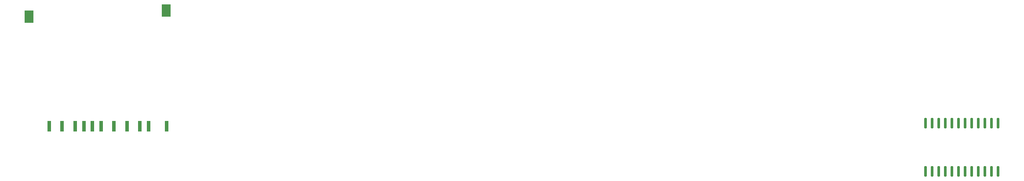
<source format=gbr>
%TF.GenerationSoftware,KiCad,Pcbnew,(6.0.8)*%
%TF.CreationDate,2022-10-29T13:31:38+01:00*%
%TF.ProjectId,yddraig09,79646472-6169-4673-9039-2e6b69636164,rev?*%
%TF.SameCoordinates,Original*%
%TF.FileFunction,Paste,Top*%
%TF.FilePolarity,Positive*%
%FSLAX46Y46*%
G04 Gerber Fmt 4.6, Leading zero omitted, Abs format (unit mm)*
G04 Created by KiCad (PCBNEW (6.0.8)) date 2022-10-29 13:31:38*
%MOMM*%
%LPD*%
G01*
G04 APERTURE LIST*
G04 Aperture macros list*
%AMRoundRect*
0 Rectangle with rounded corners*
0 $1 Rounding radius*
0 $2 $3 $4 $5 $6 $7 $8 $9 X,Y pos of 4 corners*
0 Add a 4 corners polygon primitive as box body*
4,1,4,$2,$3,$4,$5,$6,$7,$8,$9,$2,$3,0*
0 Add four circle primitives for the rounded corners*
1,1,$1+$1,$2,$3*
1,1,$1+$1,$4,$5*
1,1,$1+$1,$6,$7*
1,1,$1+$1,$8,$9*
0 Add four rect primitives between the rounded corners*
20,1,$1+$1,$2,$3,$4,$5,0*
20,1,$1+$1,$4,$5,$6,$7,0*
20,1,$1+$1,$6,$7,$8,$9,0*
20,1,$1+$1,$8,$9,$2,$3,0*%
G04 Aperture macros list end*
%ADD10R,0.800000X2.000000*%
%ADD11R,1.800000X2.400000*%
%ADD12R,1.700000X2.400000*%
%ADD13R,0.700000X2.000000*%
%ADD14RoundRect,0.137500X0.137500X-0.862500X0.137500X0.862500X-0.137500X0.862500X-0.137500X-0.862500X0*%
G04 APERTURE END LIST*
D10*
%TO.C,J16*%
X181689600Y-45186600D03*
X184189600Y-45186600D03*
X187489600Y-45186600D03*
X189189600Y-45186600D03*
X191689600Y-45186600D03*
X194189600Y-45186600D03*
X196619600Y-45186600D03*
X198319600Y-45186600D03*
X179189600Y-45186600D03*
D11*
X175319600Y-23986600D03*
D12*
X201769600Y-22786600D03*
D10*
X185889600Y-45186600D03*
D13*
X201809600Y-45186600D03*
%TD*%
D14*
%TO.C,U19*%
X347980000Y-53926000D03*
X349250000Y-53926000D03*
X350520000Y-53926000D03*
X351790000Y-53926000D03*
X353060000Y-53926000D03*
X354330000Y-53926000D03*
X355600000Y-53926000D03*
X356870000Y-53926000D03*
X358140000Y-53926000D03*
X359410000Y-53926000D03*
X360680000Y-53926000D03*
X361950000Y-53926000D03*
X361950000Y-44626000D03*
X360680000Y-44626000D03*
X359410000Y-44626000D03*
X358140000Y-44626000D03*
X356870000Y-44626000D03*
X355600000Y-44626000D03*
X354330000Y-44626000D03*
X353060000Y-44626000D03*
X351790000Y-44626000D03*
X350520000Y-44626000D03*
X349250000Y-44626000D03*
X347980000Y-44626000D03*
%TD*%
M02*

</source>
